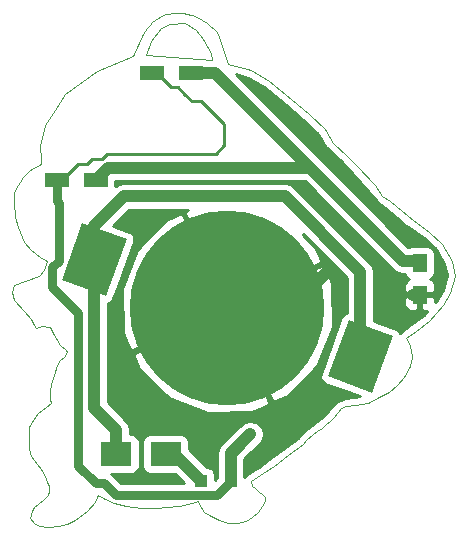
<source format=gbl>
%TF.GenerationSoftware,KiCad,Pcbnew,4.0.5+dfsg1-4*%
%TF.CreationDate,2019-11-28T21:22:44-08:00*%
%TF.ProjectId,SpangSimple,5370616E6753696D706C652E6B696361,rev?*%
%TF.FileFunction,Copper,L2,Bot,Signal*%
%FSLAX46Y46*%
G04 Gerber Fmt 4.6, Leading zero omitted, Abs format (unit mm)*
G04 Created by KiCad (PCBNEW 4.0.5+dfsg1-4) date Thu Nov 28 21:22:44 2019*
%MOMM*%
%LPD*%
G01*
G04 APERTURE LIST*
%ADD10C,0.100000*%
%ADD11C,16.500000*%
%ADD12R,2.000000X1.198880*%
%ADD13R,2.651760X2.029460*%
%ADD14R,1.300000X1.500000*%
%ADD15R,1.000000X1.000000*%
%ADD16C,0.600000*%
%ADD17C,1.000000*%
%ADD18C,0.750000*%
%ADD19C,0.250000*%
%ADD20C,0.254000*%
G04 APERTURE END LIST*
D10*
X137784438Y-103830542D02*
X138057727Y-104412761D01*
X138057727Y-104412761D02*
X138629151Y-105348474D01*
X138629151Y-105348474D02*
X139175730Y-105847521D01*
X139175730Y-105847521D02*
X139262684Y-105993077D01*
X139262684Y-105993077D02*
X139026662Y-106377757D01*
X139026662Y-106377757D02*
X138678838Y-106668867D01*
X138678838Y-106668867D02*
X138442816Y-107063946D01*
X138442816Y-107063946D02*
X138132260Y-107937276D01*
X138132260Y-107937276D02*
X137933503Y-108706640D01*
X137933503Y-108706640D02*
X137846549Y-109247273D01*
X137846549Y-109247273D02*
X137834130Y-109964652D01*
X137834130Y-109964652D02*
X137871398Y-110338938D01*
X137871398Y-110338938D02*
X137486308Y-110598858D01*
X137486308Y-110598858D02*
X136790662Y-111129094D01*
X136790662Y-111129094D02*
X136405572Y-111700918D01*
X136405572Y-111700918D02*
X136082594Y-112345520D01*
X136082594Y-112345520D02*
X136020488Y-113135677D01*
X136020488Y-113135677D02*
X136032907Y-114227338D01*
X136032907Y-114227338D02*
X136219240Y-114799163D01*
X136219240Y-114799163D02*
X136467685Y-115121464D01*
X136467685Y-115121464D02*
X136740975Y-115454163D01*
X136740975Y-115454163D02*
X137063953Y-115890827D01*
X137063953Y-115890827D02*
X137399354Y-116452256D01*
X137399354Y-116452256D02*
X137598110Y-116982491D01*
X137598110Y-116982491D02*
X137697483Y-117315189D01*
X137697483Y-117315189D02*
X137747170Y-117741457D01*
X137747170Y-117741457D02*
X137610526Y-118105346D01*
X137610526Y-118105346D02*
X137287548Y-118438042D01*
X137287548Y-118438042D02*
X136803079Y-118822725D01*
X136803079Y-118822725D02*
X136430412Y-119082644D01*
X136430412Y-119082644D02*
X136281344Y-119446532D01*
X136281344Y-119446532D02*
X136169544Y-119997563D01*
X136169544Y-119997563D02*
X136455256Y-120423831D01*
X136455256Y-120423831D02*
X136852768Y-120673355D01*
X136852768Y-120673355D02*
X137610526Y-120756525D01*
X137610526Y-120756525D02*
X138492506Y-120704535D01*
X138492506Y-120704535D02*
X139287530Y-120527791D01*
X139287530Y-120527791D02*
X139933488Y-120195092D01*
X139933488Y-120195092D02*
X140914845Y-119425730D01*
X140914845Y-119425730D02*
X141635336Y-118677160D01*
X141635336Y-118677160D02*
X141809248Y-118271686D01*
X141809248Y-118271686D02*
X141908622Y-118126130D01*
X141908622Y-118126130D02*
X142504889Y-118406844D01*
X142504889Y-118406844D02*
X143200536Y-118739540D01*
X143200536Y-118739540D02*
X144268850Y-118989064D01*
X144268850Y-118989064D02*
X145598032Y-119155412D01*
X145598032Y-119155412D02*
X146840256Y-119196992D01*
X146840256Y-119196992D02*
X147660126Y-119145012D01*
X147660126Y-119145012D02*
X148778127Y-119020251D01*
X148778127Y-119020251D02*
X149809175Y-118781124D01*
X149809175Y-118781124D02*
X150343332Y-118614773D01*
X150343332Y-118614773D02*
X150442702Y-118874695D01*
X150442702Y-118874695D02*
X150877480Y-119550487D01*
X150877480Y-119550487D02*
X151424060Y-119893582D01*
X151424060Y-119893582D02*
X152094861Y-120226278D01*
X152094861Y-120226278D02*
X152902308Y-120455007D01*
X152902308Y-120455007D02*
X153660066Y-120465397D01*
X153660066Y-120465397D02*
X154380556Y-120247063D01*
X154380556Y-120247063D02*
X154914714Y-119924762D01*
X154914714Y-119924762D02*
X155473714Y-119540082D01*
X155473714Y-119540082D02*
X155784271Y-118989050D01*
X155784271Y-118989050D02*
X155995448Y-118604369D01*
X155995448Y-118604369D02*
X155983028Y-118292467D01*
X155983028Y-118292467D02*
X155771851Y-118042943D01*
X155771851Y-118042943D02*
X155535828Y-117814212D01*
X155535828Y-117814212D02*
X155188006Y-117533499D01*
X155188006Y-117533499D02*
X154951983Y-117294371D01*
X154951983Y-117294371D02*
X154840183Y-116930485D01*
X154840183Y-116930485D02*
X155101050Y-116732945D01*
X155101050Y-116732945D02*
X155896074Y-116254693D01*
X155896074Y-116254693D02*
X156802898Y-115599692D01*
X156802898Y-115599692D02*
X157958168Y-114726362D01*
X157958168Y-114726362D02*
X159212815Y-113749065D01*
X159212815Y-113749065D02*
X159535794Y-113468351D01*
X159535794Y-113468351D02*
X160119640Y-112948511D01*
X160119640Y-112948511D02*
X160467463Y-112636605D01*
X160467463Y-112636605D02*
X160863322Y-112378696D01*
X160863322Y-112378696D02*
X161229295Y-112088163D01*
X161229295Y-112088163D02*
X161527529Y-111809825D01*
X161527529Y-111809825D02*
X161862989Y-111473646D01*
X161862989Y-111473646D02*
X162479868Y-110733995D01*
X162479868Y-110733995D02*
X162889803Y-110567646D01*
X162889803Y-110567646D02*
X163647560Y-110505266D01*
X163647560Y-110505266D02*
X164765572Y-110255755D01*
X164765572Y-110255755D02*
X165684818Y-109819088D01*
X165684818Y-109819088D02*
X166554376Y-109340837D01*
X166554376Y-109340837D02*
X167225177Y-108800203D01*
X167225177Y-108800203D02*
X167796601Y-108093220D01*
X167796601Y-108093220D02*
X168318336Y-107136716D01*
X168318336Y-107136716D02*
X168504668Y-106440131D01*
X168504668Y-106440131D02*
X168417718Y-105774735D01*
X168417718Y-105774735D02*
X168243806Y-105244499D01*
X168243806Y-105244499D02*
X167970517Y-104766246D01*
X167970517Y-104766246D02*
X168802807Y-104204818D01*
X168802807Y-104204818D02*
X169945655Y-103321092D01*
X169945655Y-103321092D02*
X171125770Y-101969507D01*
X171125770Y-101969507D02*
X171697194Y-100961018D01*
X171697194Y-100961018D02*
X172094706Y-99515862D01*
X172094706Y-99515862D02*
X171871105Y-98289040D01*
X171871105Y-98289040D02*
X171038814Y-96833490D01*
X171038814Y-96833490D02*
X169908388Y-95814600D01*
X169908388Y-95814600D02*
X168529518Y-94837301D01*
X168529518Y-94837301D02*
X167635115Y-94078348D01*
X167635115Y-94078348D02*
X166616491Y-93215414D01*
X166616491Y-93215414D02*
X165945690Y-92737161D01*
X165945690Y-92737161D02*
X165299729Y-91874224D01*
X165299729Y-91874224D02*
X163833903Y-90231530D01*
X163833903Y-90231530D02*
X162927079Y-89347802D01*
X162927079Y-89347802D02*
X161809076Y-88318519D01*
X161809076Y-88318519D02*
X161063740Y-87112490D01*
X161063740Y-87112490D02*
X159722137Y-85802493D01*
X159722137Y-85802493D02*
X158231467Y-84575670D01*
X158231467Y-84575670D02*
X156343285Y-82995357D01*
X156343285Y-82995357D02*
X154877459Y-82142820D01*
X154877459Y-82142820D02*
X152865053Y-81581393D01*
X152865053Y-81581393D02*
X152017415Y-79073040D01*
X152017415Y-79073040D02*
X151879364Y-78840599D01*
X151879364Y-78840599D02*
X151671347Y-78593400D01*
X151671347Y-78593400D02*
X151400949Y-78341271D01*
X151400949Y-78341271D02*
X151075756Y-78094038D01*
X151075756Y-78094038D02*
X150703350Y-77861529D01*
X150703350Y-77861529D02*
X150291318Y-77653570D01*
X150291318Y-77653570D02*
X149847244Y-77479988D01*
X149847244Y-77479988D02*
X149378712Y-77350610D01*
X149378712Y-77350610D02*
X149137645Y-77305568D01*
X149137645Y-77305568D02*
X148893308Y-77275263D01*
X148893308Y-77275263D02*
X148646648Y-77260922D01*
X148646648Y-77260922D02*
X148398615Y-77263774D01*
X148398615Y-77263774D02*
X148150156Y-77285047D01*
X148150156Y-77285047D02*
X147902219Y-77325969D01*
X147902219Y-77325969D02*
X147655752Y-77387770D01*
X147655752Y-77387770D02*
X147411703Y-77471677D01*
X147411703Y-77471677D02*
X147171021Y-77578918D01*
X147171021Y-77578918D02*
X146934654Y-77710722D01*
X146934654Y-77710722D02*
X146703549Y-77868318D01*
X146703549Y-77868318D02*
X146478655Y-78052934D01*
X146478655Y-78052934D02*
X146260920Y-78265798D01*
X146260920Y-78265798D02*
X146051291Y-78508138D01*
X146051291Y-78508138D02*
X145850718Y-78781183D01*
X145850718Y-78781183D02*
X145660147Y-79086161D01*
X145660147Y-79086161D02*
X144840278Y-80936791D01*
X144840278Y-80936791D02*
X141759559Y-82205200D01*
X141759559Y-82205200D02*
X139109186Y-84141786D01*
X139109186Y-84141786D02*
X138239628Y-85472576D01*
X138239628Y-85472576D02*
X137436614Y-86800585D01*
X137436614Y-86800585D02*
X136939725Y-88505660D01*
X136939725Y-88505660D02*
X137088791Y-89566134D01*
X137088791Y-89566134D02*
X137088791Y-90023594D01*
X137088791Y-90023594D02*
X136140325Y-90608407D01*
X136140325Y-90608407D02*
X135558692Y-91152902D01*
X135558692Y-91152902D02*
X135248865Y-91615599D01*
X135248865Y-91615599D02*
X134912000Y-92087290D01*
X134912000Y-92087290D02*
X134778226Y-92520094D01*
X134778226Y-92520094D02*
X134778252Y-93246601D01*
X134778252Y-93246601D02*
X134827939Y-94577390D01*
X134827939Y-94577390D02*
X135076384Y-95388342D01*
X135076384Y-95388342D02*
X135647808Y-96635957D01*
X135647808Y-96635957D02*
X136194387Y-97342939D01*
X136194387Y-97342939D02*
X137014256Y-97966747D01*
X137014256Y-97966747D02*
X137585680Y-98237064D01*
X137585680Y-98237064D02*
X137287546Y-99027221D01*
X137287546Y-99027221D02*
X136914877Y-99526266D01*
X136914877Y-99526266D02*
X135672652Y-99942139D01*
X135672652Y-99942139D02*
X134778250Y-100316423D01*
X134778250Y-100316423D02*
X134579495Y-100877851D01*
X134579495Y-100877851D02*
X134803095Y-101543246D01*
X134803095Y-101543246D02*
X135622963Y-102499751D01*
X135622963Y-102499751D02*
X136244076Y-103206734D01*
X136244076Y-103206734D02*
X136467677Y-103664192D01*
X136467677Y-103664192D02*
X136616743Y-103913715D01*
X136616743Y-103913715D02*
X137113634Y-103809748D01*
X137113634Y-103809748D02*
X137784438Y-103830538D01*
X137784438Y-103830538D02*
X137784438Y-103830542D01*
X145908592Y-80820544D02*
X146368216Y-79645706D01*
X146368216Y-79645706D02*
X147250195Y-78574836D01*
X147250195Y-78574836D02*
X147945842Y-78179757D01*
X147945842Y-78179757D02*
X149287444Y-78158964D01*
X149287444Y-78158964D02*
X150219113Y-78720391D01*
X150219113Y-78720391D02*
X150790537Y-79458564D01*
X150790537Y-79458564D02*
X151411650Y-80654196D01*
X151411650Y-80654196D02*
X151498600Y-81278004D01*
X151498600Y-81278004D02*
X145945852Y-80862131D01*
X145945852Y-80862131D02*
X145908592Y-80820544D01*
X145908592Y-80820544D02*
X145908592Y-80820544D01*
G36*
X138803952Y-99842934D02*
X140548255Y-95050502D01*
X144307026Y-96418582D01*
X142562723Y-101211014D01*
X138803952Y-99842934D01*
X138803952Y-99842934D01*
G37*
G36*
X161356574Y-108051418D02*
X163100877Y-103258986D01*
X166859648Y-104627066D01*
X165115345Y-109419498D01*
X161356574Y-108051418D01*
X161356574Y-108051418D01*
G37*
D11*
X152831800Y-102235000D03*
D12*
X146482000Y-82321400D03*
X149782000Y-82321400D03*
X138404800Y-91414600D03*
X141704800Y-91414600D03*
D13*
X147601940Y-114604800D03*
X143431260Y-114604800D03*
D14*
X169113200Y-98421200D03*
X169113200Y-101121200D03*
D15*
X153116600Y-116865400D03*
X150616600Y-116865400D03*
D16*
X169113200Y-101193600D03*
X161493200Y-98958400D03*
X155598600Y-106146600D03*
X154787800Y-112928400D03*
D17*
X169113200Y-101193600D02*
X168554400Y-101193600D01*
X152831800Y-102235000D02*
X158216600Y-102235000D01*
X158216600Y-102235000D02*
X161493200Y-98958400D01*
X164108111Y-106339242D02*
X164108111Y-99236511D01*
X164108111Y-99236511D02*
X157683200Y-92811600D01*
X157683200Y-92811600D02*
X144060994Y-92811600D01*
X144060994Y-92811600D02*
X141555489Y-95317105D01*
X141555489Y-95317105D02*
X141555489Y-98130758D01*
X141555489Y-98130758D02*
X141555489Y-110714299D01*
X141555489Y-110714299D02*
X143431260Y-112590070D01*
X143431260Y-112590070D02*
X143431260Y-114604800D01*
D18*
X138404800Y-91414600D02*
X138404800Y-93196240D01*
X138404800Y-93196240D02*
X138582400Y-93373840D01*
X138582400Y-93373840D02*
X138582400Y-98247200D01*
X138582400Y-98247200D02*
X138023600Y-98806000D01*
X138023600Y-98806000D02*
X138023600Y-100482400D01*
X138023600Y-100482400D02*
X140233400Y-102692200D01*
X140233400Y-102692200D02*
X140233400Y-115620800D01*
X140233400Y-115620800D02*
X141681200Y-117068600D01*
X141681200Y-117068600D02*
X142417800Y-117068600D01*
X142417800Y-117068600D02*
X143408400Y-118059200D01*
X143408400Y-118059200D02*
X151922800Y-118059200D01*
X151922800Y-118059200D02*
X153116600Y-116865400D01*
D17*
X153116600Y-116865400D02*
X153116600Y-114599600D01*
X153116600Y-114599600D02*
X154787800Y-112928400D01*
X153187600Y-114528600D02*
X154787800Y-112928400D01*
D19*
X149199600Y-84099400D02*
X149809200Y-84709000D01*
X151231600Y-89230200D02*
X151206200Y-89204800D01*
X149809200Y-84709000D02*
X150571200Y-84709000D01*
X140176960Y-90043000D02*
X138805360Y-91414600D01*
X150571200Y-84709000D02*
X152577800Y-86715600D01*
X140944600Y-90043000D02*
X140176960Y-90043000D01*
X152577800Y-86715600D02*
X152577800Y-88493600D01*
X138805360Y-91414600D02*
X138404800Y-91414600D01*
X152577800Y-88493600D02*
X151841200Y-89230200D01*
X142189200Y-89636600D02*
X141351000Y-89636600D01*
X151841200Y-89230200D02*
X151231600Y-89230200D01*
X151206200Y-89204800D02*
X142621000Y-89204800D01*
X142621000Y-89204800D02*
X142189200Y-89636600D01*
X141351000Y-89636600D02*
X140944600Y-90043000D01*
X149199600Y-84099400D02*
X148640800Y-83540600D01*
X146482000Y-82321400D02*
X146882560Y-82321400D01*
X146882560Y-82321400D02*
X148101760Y-83540600D01*
X148101760Y-83540600D02*
X148640800Y-83540600D01*
X149199600Y-84099400D02*
X149072600Y-83972400D01*
D17*
X160121600Y-90661000D02*
X159859200Y-90398600D01*
X159859200Y-90398600D02*
X142720800Y-90398600D01*
X142720800Y-90398600D02*
X141704800Y-91414600D01*
X167741600Y-98281000D02*
X168973000Y-98281000D01*
X168973000Y-98281000D02*
X169113200Y-98421200D01*
X151782000Y-82321400D02*
X160121600Y-90661000D01*
X160121600Y-90661000D02*
X167741600Y-98281000D01*
X149782000Y-82321400D02*
X151782000Y-82321400D01*
X147601940Y-114604800D02*
X148356000Y-114604800D01*
X148356000Y-114604800D02*
X150616600Y-116865400D01*
D18*
X147601940Y-114604800D02*
X147290790Y-114604800D01*
D20*
G36*
X149185847Y-94115722D02*
X152870248Y-102016944D01*
X152845941Y-102041251D01*
X153025549Y-102220859D01*
X153430904Y-101815504D01*
X160843733Y-98358845D01*
X160270352Y-97064444D01*
X159206961Y-96039447D01*
X159256438Y-95989970D01*
X162973111Y-99706643D01*
X162973111Y-102637292D01*
X162835389Y-102668482D01*
X162626567Y-102818295D01*
X162492482Y-103037548D01*
X160748179Y-107829980D01*
X160709304Y-108066250D01*
X160766070Y-108316906D01*
X160915883Y-108525728D01*
X161135137Y-108659813D01*
X164037848Y-109716313D01*
X163544375Y-109826443D01*
X162833603Y-109884955D01*
X162733994Y-109913435D01*
X162632233Y-109932915D01*
X162222298Y-110099264D01*
X162194111Y-110117806D01*
X162161754Y-110127342D01*
X162083280Y-110190711D01*
X161999004Y-110246148D01*
X161980060Y-110274063D01*
X161953812Y-110295258D01*
X161356512Y-111011433D01*
X161051258Y-111317343D01*
X160781940Y-111568693D01*
X160462531Y-111822261D01*
X160093534Y-112062669D01*
X160055679Y-112099655D01*
X160010142Y-112126622D01*
X159663137Y-112437794D01*
X159083276Y-112954085D01*
X158777346Y-113219981D01*
X157541129Y-114182922D01*
X156395742Y-115048779D01*
X155518313Y-115682548D01*
X154747949Y-116145966D01*
X154720681Y-116170760D01*
X154687522Y-116186850D01*
X154426656Y-116384390D01*
X154416802Y-116395483D01*
X154403741Y-116402524D01*
X154328381Y-116495020D01*
X154264040Y-116567449D01*
X154264040Y-116365400D01*
X154251600Y-116299287D01*
X154251600Y-115069732D01*
X154767493Y-114553839D01*
X155590367Y-113730966D01*
X155836404Y-113362745D01*
X155922800Y-112928400D01*
X155836404Y-112494054D01*
X155590367Y-112125833D01*
X155222146Y-111879796D01*
X154787800Y-111793400D01*
X154353455Y-111879796D01*
X153985234Y-112125833D01*
X153182668Y-112928400D01*
X152314034Y-113797034D01*
X152067997Y-114165254D01*
X151981600Y-114599600D01*
X151981600Y-116303969D01*
X151969160Y-116365400D01*
X151969160Y-116584484D01*
X151764040Y-116789604D01*
X151764040Y-116365400D01*
X151719762Y-116130083D01*
X151580690Y-115913959D01*
X151368490Y-115768969D01*
X151116600Y-115717960D01*
X151074292Y-115717960D01*
X149575260Y-114218928D01*
X149575260Y-113590070D01*
X149530982Y-113354753D01*
X149391910Y-113138629D01*
X149179710Y-112993639D01*
X148927820Y-112942630D01*
X146276060Y-112942630D01*
X146040743Y-112986908D01*
X145824619Y-113125980D01*
X145679629Y-113338180D01*
X145628620Y-113590070D01*
X145628620Y-115619530D01*
X145672898Y-115854847D01*
X145811970Y-116070971D01*
X146024170Y-116215961D01*
X146276060Y-116266970D01*
X148413038Y-116266970D01*
X149195268Y-117049200D01*
X143826756Y-117049200D01*
X143131978Y-116354422D01*
X143001096Y-116266970D01*
X144757140Y-116266970D01*
X144992457Y-116222692D01*
X145208581Y-116083620D01*
X145353571Y-115871420D01*
X145404580Y-115619530D01*
X145404580Y-113590070D01*
X145360302Y-113354753D01*
X145221230Y-113138629D01*
X145009030Y-112993639D01*
X144757140Y-112942630D01*
X144566260Y-112942630D01*
X144566260Y-112590070D01*
X144479863Y-112155724D01*
X144233826Y-111787504D01*
X142690489Y-110244167D01*
X142690489Y-106111155D01*
X144819867Y-106111155D01*
X145393248Y-107405556D01*
X147938160Y-109858581D01*
X151228083Y-111150985D01*
X154762159Y-111086012D01*
X155206492Y-110977285D01*
X156477753Y-110354278D01*
X152770371Y-102403774D01*
X144819867Y-106111155D01*
X142690489Y-106111155D01*
X142690489Y-101832708D01*
X142828211Y-101801518D01*
X143037033Y-101651705D01*
X143171118Y-101432452D01*
X143462719Y-100631283D01*
X143915815Y-100631283D01*
X143980788Y-104165359D01*
X144089515Y-104609692D01*
X144712522Y-105880953D01*
X152399556Y-102296429D01*
X153000574Y-102296429D01*
X156707955Y-110246933D01*
X158002356Y-109673552D01*
X160455381Y-107128640D01*
X161747785Y-103838717D01*
X161682812Y-100304641D01*
X161574085Y-99860308D01*
X160951078Y-98589047D01*
X153000574Y-102296429D01*
X152399556Y-102296429D01*
X152663026Y-102173571D01*
X148955645Y-94223067D01*
X147661244Y-94796448D01*
X145208219Y-97341360D01*
X143915815Y-100631283D01*
X143462719Y-100631283D01*
X144915421Y-96640020D01*
X144954296Y-96403750D01*
X144897530Y-96153094D01*
X144747717Y-95944272D01*
X144528463Y-95810187D01*
X143164119Y-95313607D01*
X144531126Y-93946600D01*
X149530945Y-93946600D01*
X149185847Y-94115722D01*
X149185847Y-94115722D01*
G37*
X149185847Y-94115722D02*
X152870248Y-102016944D01*
X152845941Y-102041251D01*
X153025549Y-102220859D01*
X153430904Y-101815504D01*
X160843733Y-98358845D01*
X160270352Y-97064444D01*
X159206961Y-96039447D01*
X159256438Y-95989970D01*
X162973111Y-99706643D01*
X162973111Y-102637292D01*
X162835389Y-102668482D01*
X162626567Y-102818295D01*
X162492482Y-103037548D01*
X160748179Y-107829980D01*
X160709304Y-108066250D01*
X160766070Y-108316906D01*
X160915883Y-108525728D01*
X161135137Y-108659813D01*
X164037848Y-109716313D01*
X163544375Y-109826443D01*
X162833603Y-109884955D01*
X162733994Y-109913435D01*
X162632233Y-109932915D01*
X162222298Y-110099264D01*
X162194111Y-110117806D01*
X162161754Y-110127342D01*
X162083280Y-110190711D01*
X161999004Y-110246148D01*
X161980060Y-110274063D01*
X161953812Y-110295258D01*
X161356512Y-111011433D01*
X161051258Y-111317343D01*
X160781940Y-111568693D01*
X160462531Y-111822261D01*
X160093534Y-112062669D01*
X160055679Y-112099655D01*
X160010142Y-112126622D01*
X159663137Y-112437794D01*
X159083276Y-112954085D01*
X158777346Y-113219981D01*
X157541129Y-114182922D01*
X156395742Y-115048779D01*
X155518313Y-115682548D01*
X154747949Y-116145966D01*
X154720681Y-116170760D01*
X154687522Y-116186850D01*
X154426656Y-116384390D01*
X154416802Y-116395483D01*
X154403741Y-116402524D01*
X154328381Y-116495020D01*
X154264040Y-116567449D01*
X154264040Y-116365400D01*
X154251600Y-116299287D01*
X154251600Y-115069732D01*
X154767493Y-114553839D01*
X155590367Y-113730966D01*
X155836404Y-113362745D01*
X155922800Y-112928400D01*
X155836404Y-112494054D01*
X155590367Y-112125833D01*
X155222146Y-111879796D01*
X154787800Y-111793400D01*
X154353455Y-111879796D01*
X153985234Y-112125833D01*
X153182668Y-112928400D01*
X152314034Y-113797034D01*
X152067997Y-114165254D01*
X151981600Y-114599600D01*
X151981600Y-116303969D01*
X151969160Y-116365400D01*
X151969160Y-116584484D01*
X151764040Y-116789604D01*
X151764040Y-116365400D01*
X151719762Y-116130083D01*
X151580690Y-115913959D01*
X151368490Y-115768969D01*
X151116600Y-115717960D01*
X151074292Y-115717960D01*
X149575260Y-114218928D01*
X149575260Y-113590070D01*
X149530982Y-113354753D01*
X149391910Y-113138629D01*
X149179710Y-112993639D01*
X148927820Y-112942630D01*
X146276060Y-112942630D01*
X146040743Y-112986908D01*
X145824619Y-113125980D01*
X145679629Y-113338180D01*
X145628620Y-113590070D01*
X145628620Y-115619530D01*
X145672898Y-115854847D01*
X145811970Y-116070971D01*
X146024170Y-116215961D01*
X146276060Y-116266970D01*
X148413038Y-116266970D01*
X149195268Y-117049200D01*
X143826756Y-117049200D01*
X143131978Y-116354422D01*
X143001096Y-116266970D01*
X144757140Y-116266970D01*
X144992457Y-116222692D01*
X145208581Y-116083620D01*
X145353571Y-115871420D01*
X145404580Y-115619530D01*
X145404580Y-113590070D01*
X145360302Y-113354753D01*
X145221230Y-113138629D01*
X145009030Y-112993639D01*
X144757140Y-112942630D01*
X144566260Y-112942630D01*
X144566260Y-112590070D01*
X144479863Y-112155724D01*
X144233826Y-111787504D01*
X142690489Y-110244167D01*
X142690489Y-106111155D01*
X144819867Y-106111155D01*
X145393248Y-107405556D01*
X147938160Y-109858581D01*
X151228083Y-111150985D01*
X154762159Y-111086012D01*
X155206492Y-110977285D01*
X156477753Y-110354278D01*
X152770371Y-102403774D01*
X144819867Y-106111155D01*
X142690489Y-106111155D01*
X142690489Y-101832708D01*
X142828211Y-101801518D01*
X143037033Y-101651705D01*
X143171118Y-101432452D01*
X143462719Y-100631283D01*
X143915815Y-100631283D01*
X143980788Y-104165359D01*
X144089515Y-104609692D01*
X144712522Y-105880953D01*
X152399556Y-102296429D01*
X153000574Y-102296429D01*
X156707955Y-110246933D01*
X158002356Y-109673552D01*
X160455381Y-107128640D01*
X161747785Y-103838717D01*
X161682812Y-100304641D01*
X161574085Y-99860308D01*
X160951078Y-98589047D01*
X153000574Y-102296429D01*
X152399556Y-102296429D01*
X152663026Y-102173571D01*
X148955645Y-94223067D01*
X147661244Y-94796448D01*
X145208219Y-97341360D01*
X143915815Y-100631283D01*
X143462719Y-100631283D01*
X144915421Y-96640020D01*
X144954296Y-96403750D01*
X144897530Y-96153094D01*
X144747717Y-95944272D01*
X144528463Y-95810187D01*
X143164119Y-95313607D01*
X144531126Y-93946600D01*
X149530945Y-93946600D01*
X149185847Y-94115722D01*
G36*
X154608893Y-82779052D02*
X155948421Y-83558133D01*
X157791821Y-85100966D01*
X157794349Y-85102349D01*
X157796174Y-85104579D01*
X159264388Y-86312922D01*
X160525148Y-87543979D01*
X161226374Y-88678634D01*
X161290046Y-88746994D01*
X161345116Y-88822470D01*
X162455951Y-89845153D01*
X163338706Y-90705424D01*
X164769005Y-92308305D01*
X165397312Y-93147656D01*
X165475762Y-93218127D01*
X165548032Y-93294918D01*
X166195539Y-93756563D01*
X167191913Y-94600648D01*
X168086316Y-95359601D01*
X168112681Y-95374255D01*
X168133414Y-95396163D01*
X169479563Y-96350270D01*
X170498655Y-97268811D01*
X171218237Y-98527250D01*
X171392780Y-99484905D01*
X171059283Y-100697332D01*
X170564058Y-101571340D01*
X170398200Y-101761297D01*
X170398200Y-101406950D01*
X170239450Y-101248200D01*
X169240200Y-101248200D01*
X169240200Y-102347450D01*
X169398950Y-102506200D01*
X169747800Y-102506200D01*
X169473683Y-102820146D01*
X168401349Y-103649346D01*
X167587450Y-104198368D01*
X167510952Y-104275543D01*
X167435485Y-104341134D01*
X167300339Y-104152756D01*
X167081085Y-104018671D01*
X165243111Y-103349704D01*
X165243111Y-101406950D01*
X167828200Y-101406950D01*
X167828200Y-101997509D01*
X167924873Y-102230898D01*
X168103501Y-102409527D01*
X168336890Y-102506200D01*
X168827450Y-102506200D01*
X168986200Y-102347450D01*
X168986200Y-101248200D01*
X167986950Y-101248200D01*
X167828200Y-101406950D01*
X165243111Y-101406950D01*
X165243111Y-99236511D01*
X165156714Y-98802165D01*
X164910677Y-98433945D01*
X158485766Y-92009034D01*
X158371693Y-91932813D01*
X158117546Y-91762997D01*
X157683200Y-91676600D01*
X144060994Y-91676600D01*
X143626648Y-91762997D01*
X143372501Y-91932813D01*
X143352240Y-91946351D01*
X143352240Y-91533600D01*
X159389068Y-91533600D01*
X166939034Y-99083566D01*
X167307254Y-99329603D01*
X167741600Y-99416000D01*
X167866140Y-99416000D01*
X167999110Y-99622641D01*
X168211310Y-99767631D01*
X168244690Y-99774391D01*
X168103501Y-99832873D01*
X167924873Y-100011502D01*
X167828200Y-100244891D01*
X167828200Y-100835450D01*
X167986950Y-100994200D01*
X168986200Y-100994200D01*
X168986200Y-100974200D01*
X169240200Y-100974200D01*
X169240200Y-100994200D01*
X170239450Y-100994200D01*
X170398200Y-100835450D01*
X170398200Y-100244891D01*
X170301527Y-100011502D01*
X170122899Y-99832873D01*
X169986913Y-99776546D01*
X169998517Y-99774362D01*
X170214641Y-99635290D01*
X170359631Y-99423090D01*
X170410640Y-99171200D01*
X170410640Y-97671200D01*
X170366362Y-97435883D01*
X170227290Y-97219759D01*
X170015090Y-97074769D01*
X169763200Y-97023760D01*
X168463200Y-97023760D01*
X168227883Y-97068038D01*
X168170619Y-97104887D01*
X153549128Y-82483396D01*
X154608893Y-82779052D01*
X154608893Y-82779052D01*
G37*
X154608893Y-82779052D02*
X155948421Y-83558133D01*
X157791821Y-85100966D01*
X157794349Y-85102349D01*
X157796174Y-85104579D01*
X159264388Y-86312922D01*
X160525148Y-87543979D01*
X161226374Y-88678634D01*
X161290046Y-88746994D01*
X161345116Y-88822470D01*
X162455951Y-89845153D01*
X163338706Y-90705424D01*
X164769005Y-92308305D01*
X165397312Y-93147656D01*
X165475762Y-93218127D01*
X165548032Y-93294918D01*
X166195539Y-93756563D01*
X167191913Y-94600648D01*
X168086316Y-95359601D01*
X168112681Y-95374255D01*
X168133414Y-95396163D01*
X169479563Y-96350270D01*
X170498655Y-97268811D01*
X171218237Y-98527250D01*
X171392780Y-99484905D01*
X171059283Y-100697332D01*
X170564058Y-101571340D01*
X170398200Y-101761297D01*
X170398200Y-101406950D01*
X170239450Y-101248200D01*
X169240200Y-101248200D01*
X169240200Y-102347450D01*
X169398950Y-102506200D01*
X169747800Y-102506200D01*
X169473683Y-102820146D01*
X168401349Y-103649346D01*
X167587450Y-104198368D01*
X167510952Y-104275543D01*
X167435485Y-104341134D01*
X167300339Y-104152756D01*
X167081085Y-104018671D01*
X165243111Y-103349704D01*
X165243111Y-101406950D01*
X167828200Y-101406950D01*
X167828200Y-101997509D01*
X167924873Y-102230898D01*
X168103501Y-102409527D01*
X168336890Y-102506200D01*
X168827450Y-102506200D01*
X168986200Y-102347450D01*
X168986200Y-101248200D01*
X167986950Y-101248200D01*
X167828200Y-101406950D01*
X165243111Y-101406950D01*
X165243111Y-99236511D01*
X165156714Y-98802165D01*
X164910677Y-98433945D01*
X158485766Y-92009034D01*
X158371693Y-91932813D01*
X158117546Y-91762997D01*
X157683200Y-91676600D01*
X144060994Y-91676600D01*
X143626648Y-91762997D01*
X143372501Y-91932813D01*
X143352240Y-91946351D01*
X143352240Y-91533600D01*
X159389068Y-91533600D01*
X166939034Y-99083566D01*
X167307254Y-99329603D01*
X167741600Y-99416000D01*
X167866140Y-99416000D01*
X167999110Y-99622641D01*
X168211310Y-99767631D01*
X168244690Y-99774391D01*
X168103501Y-99832873D01*
X167924873Y-100011502D01*
X167828200Y-100244891D01*
X167828200Y-100835450D01*
X167986950Y-100994200D01*
X168986200Y-100994200D01*
X168986200Y-100974200D01*
X169240200Y-100974200D01*
X169240200Y-100994200D01*
X170239450Y-100994200D01*
X170398200Y-100835450D01*
X170398200Y-100244891D01*
X170301527Y-100011502D01*
X170122899Y-99832873D01*
X169986913Y-99776546D01*
X169998517Y-99774362D01*
X170214641Y-99635290D01*
X170359631Y-99423090D01*
X170410640Y-99171200D01*
X170410640Y-97671200D01*
X170366362Y-97435883D01*
X170227290Y-97219759D01*
X170015090Y-97074769D01*
X169763200Y-97023760D01*
X168463200Y-97023760D01*
X168227883Y-97068038D01*
X168170619Y-97104887D01*
X153549128Y-82483396D01*
X154608893Y-82779052D01*
M02*

</source>
